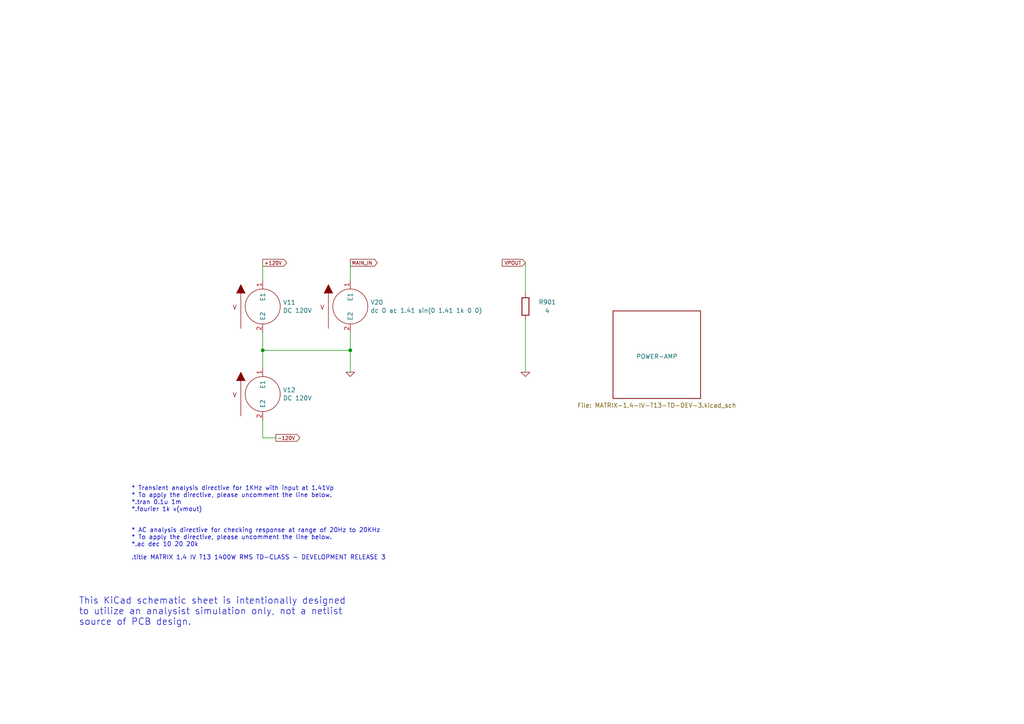
<source format=kicad_sch>
(kicad_sch (version 20211123) (generator eeschema)
  (paper "A4")
  (lib_symbols
    (symbol "Device:R" (pin_numbers hide) (pin_names (offset 0))
      (property "Reference" "R" (at 2.032 0 90))
      (property "Value" "R" (at 0 0 90))
      (symbol "R_0_1"
        (rectangle (start -1.016 -2.54) (end 1.016 2.54) (stroke (width 0.254)))
      )
      (symbol "R_1_1"
        (pin passive line (at 0 3.81 270) (length 1.27) (name "~") (number "1"))
        (pin passive line (at 0 -3.81 90) (length 1.27) (name "~") (number "2"))
      )
    )
    (symbol "pspice:0" (power) (pin_names (offset 0))
      (property "Value" "0" (at 0 -1.778 0))
      (symbol "0_0_1"
        (polyline (pts (xy -1.27 0) (xy 0 -1.27) (xy 1.27 0) (xy -1.27 0)))
      )
      (symbol "0_1_1"
        (pin power_in line (at 0 0 0) (length 0) hide (name "0") (number "1"))
      )
    )
    (symbol "pspice:VSOURCE" (pin_names (offset 1.016))
      (property "Reference" "V" (at -6.35 7.62 0))
      (property "Value" "VSOURCE" (at 0 0 0))
      (symbol "VSOURCE_0_1"
        (polyline (pts (xy -6.35 -6.35) (xy -6.35 3.81)) (fill (type outline)))
        (polyline (pts (xy -7.62 3.81) (xy -6.35 6.35) (xy -5.08 3.81)) (fill (type outline)))
        (circle (center 0 0) (radius 5.08))
        (text "V" (at -8.128 -0.254 0) (effects (font (size 1.27 1.27))))
      )
      (symbol "VSOURCE_1_1"
        (pin input line (at 0 7.62 270) (length 2.54) (name "E1") (number "1"))
        (pin input line (at 0 -7.62 90) (length 2.54) (name "E2") (number "2"))
      )
    )
  )
  (junction (at 76.2 101.6))
  (junction (at 101.6 101.6))
  (wire (pts (xy 152.4 76.2) (xy 152.4 85.09)))
  (wire (pts (xy 76.2 106.68) (xy 76.2 101.6)))
  (wire (pts (xy 101.6 101.6) (xy 101.6 107.95)))
  (wire (pts (xy 101.6 76.2) (xy 101.6 81.28)))
  (wire (pts (xy 101.6 96.52) (xy 101.6 101.6)))
  (wire (pts (xy 76.2 96.52) (xy 76.2 101.6)))
  (wire (pts (xy 76.2 101.6) (xy 101.6 101.6)))
  (wire (pts (xy 80.01 127) (xy 76.2 127)))
  (wire (pts (xy 76.2 127) (xy 76.2 121.92)))
  (wire (pts (xy 76.2 76.2) (xy 76.2 81.28)))
  (wire (pts (xy 152.4 92.71) (xy 152.4 107.95)))
  (text "This KiCad schematic sheet is intentionally designed\nto utilize an analysist simulation only, not a netlist\nsource of PCB design." (at 22.86 181.61 0) (effects (font (size 1.905 1.905)) (justify left bottom)))
  (text "* Transient analysis directive for 1KHz with input at 1.41Vp\n* To apply the directive, please uncomment the line below.\n*.tran 0.1u 1m\n*.fourier 1k v(vmout)" (at 38.1 148.59 0) (effects (font (size 1.27 1.27)) (justify left bottom)))
  (text ".title MATRIX 1.4 IV T13 1400W RMS TD-CLASS - DEVELOPMENT RELEASE 3" (at 38.1 162.56 0) (effects (font (size 1.27 1.27)) (justify left bottom)))
  (text "* AC analysis directive for checking response at range of 20Hz to 20KHz\n* To apply the directive, please uncomment the line below.\n*.ac dec 10 20 20k" (at 38.1 158.75 0) (effects (font (size 1.27 1.27)) (justify left bottom)))
  (global_label "VPOUT" (shape input) (at 152.4 76.2 180) (effects (font (size 1.016 1.016))) (property "Intersheet References" "${INTERSHEET_REFS}" (effects hide)))
  (global_label "MAIN_IN" (shape output) (at 101.6 76.2 0) (effects (font (size 1.016 1.016))) (property "Intersheet References" "${INTERSHEET_REFS}" (effects hide)))
  (global_label "+120V" (shape output) (at 76.2 76.2 0) (effects (font (size 1.016 1.016))) (property "Intersheet References" "${INTERSHEET_REFS}" (effects hide)))
  (global_label "-120V" (shape output) (at 80.01 127 0) (effects (font (size 1.016 1.016))) (property "Intersheet References" "${INTERSHEET_REFS}" (effects hide)))
  (symbol (lib_id "pspice:VSOURCE") (at 76.2 88.9 0) (unit 1)
    (property "Reference" "V11" (at 82.042 87.7062 0) (effects (justify left)))
    (property "Value" "DC 120V" (at 82.042 90.0684 0) (effects (justify left)))
  )
  (symbol (lib_id "pspice:VSOURCE") (at 76.2 114.3 0) (unit 1)
    (property "Reference" "V12" (at 82.042 113.1062 0) (effects (justify left)))
    (property "Value" "DC 120V" (at 82.042 115.4684 0) (effects (justify left)))
  )
  (symbol (lib_id "pspice:0") (at 101.6 107.95 0) (unit 1)
    (property "Reference" "#GND0105" (effects hide))
    (property "Value" "0" (effects hide))
  )
  (symbol (lib_id "pspice:VSOURCE") (at 101.6 88.9 0) (unit 1)
    (property "Reference" "V20" (at 107.442 87.7062 0) (effects (justify left)))
    (property "Value" "dc 0 ac 1.41 sin(0 1.41 1k 0 0)" (at 107.442 90.0684 0) (effects (justify left)))
  )
  (symbol (lib_id "Device:R") (at 152.4 88.9 0) (unit 1)
    (property "Reference" "R901" (at 158.75 87.63 0))
    (property "Value" "4" (at 158.75 90.17 0))
  )
  (symbol (lib_id "pspice:0") (at 152.4 107.95 0) (unit 1)
    (property "Reference" "#GND0107" (effects hide))
    (property "Value" "0" (effects hide))
  )
  (sheet (at 177.8 90.17) (size 25.4 25.4) (stroke (width 0.1524))
    (property "Sheet name" "POWER-AMP" (at 190.5 104.14 0) (effects (justify bottom)))
    (property "Sheet file" "MATRIX-1.4-IV-T13-TD-DEV-3.kicad_sch" (at 190.5 116.84 0) (effects (justify top)))
  )
)
</source>
